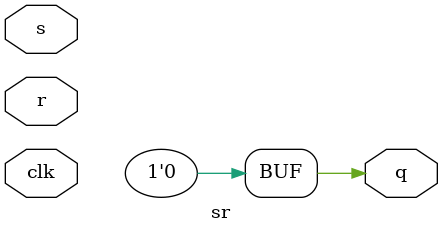
<source format=v>
module sr( s,r,clk,q);
 input s,r,clk; 
output reg q=0; 




endmodule






</source>
